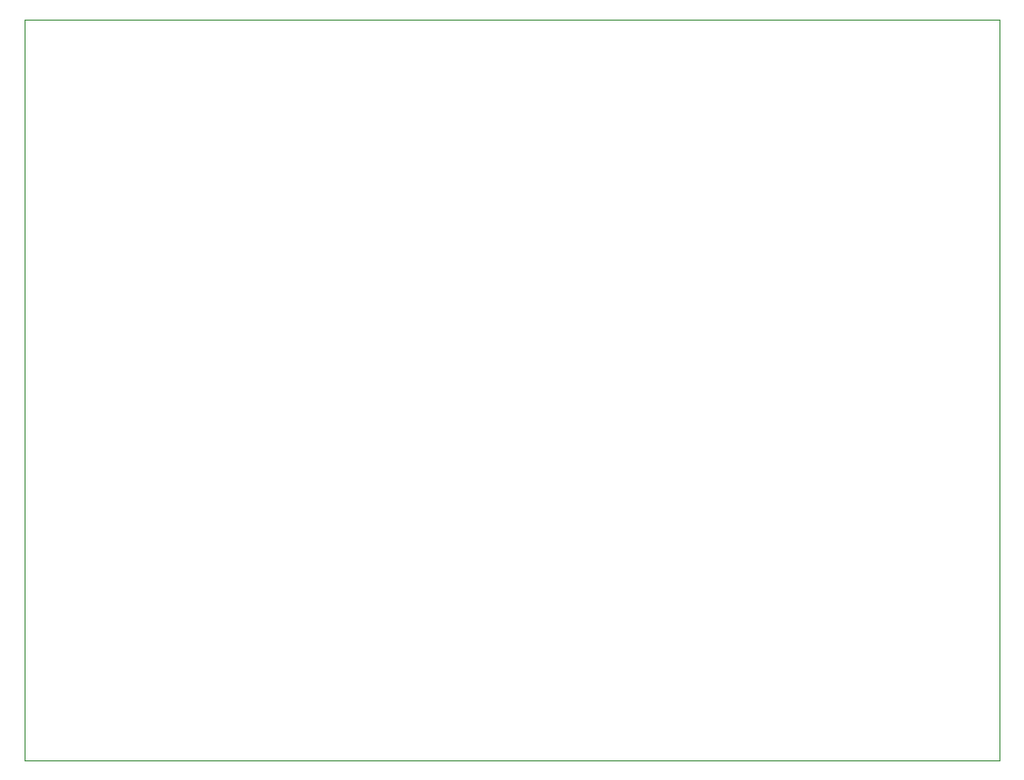
<source format=gbr>
%TF.GenerationSoftware,KiCad,Pcbnew,7.0.2*%
%TF.CreationDate,2023-06-06T11:51:25+03:00*%
%TF.ProjectId,MB_V1,4d425f56-312e-46b6-9963-61645f706362,rev?*%
%TF.SameCoordinates,Original*%
%TF.FileFunction,Profile,NP*%
%FSLAX46Y46*%
G04 Gerber Fmt 4.6, Leading zero omitted, Abs format (unit mm)*
G04 Created by KiCad (PCBNEW 7.0.2) date 2023-06-06 11:51:25*
%MOMM*%
%LPD*%
G01*
G04 APERTURE LIST*
%TA.AperFunction,Profile*%
%ADD10C,0.100000*%
%TD*%
G04 APERTURE END LIST*
D10*
X80000000Y-100000000D02*
X164000000Y-100000000D01*
X164000000Y-164000000D01*
X80000000Y-164000000D01*
X80000000Y-100000000D01*
M02*

</source>
